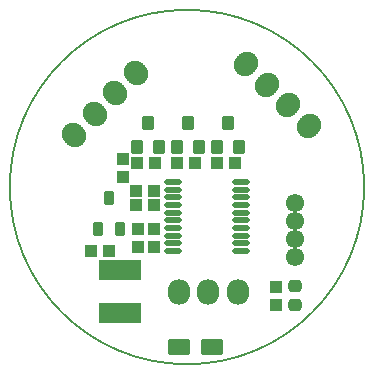
<source format=gts>
G04*
G04 #@! TF.GenerationSoftware,Altium Limited,Altium Designer,21.2.2 (38)*
G04*
G04 Layer_Color=8388736*
%FSLAX24Y24*%
%MOIN*%
G70*
G04*
G04 #@! TF.SameCoordinates,E4E59F50-D763-4BE6-A9F8-BCED566C8010*
G04*
G04*
G04 #@! TF.FilePolarity,Negative*
G04*
G01*
G75*
%ADD11C,0.0059*%
G04:AMPARAMS|DCode=14|XSize=70.9mil|YSize=55.1mil|CornerRadius=4.4mil|HoleSize=0mil|Usage=FLASHONLY|Rotation=0.000|XOffset=0mil|YOffset=0mil|HoleType=Round|Shape=RoundedRectangle|*
%AMROUNDEDRECTD14*
21,1,0.0709,0.0463,0,0,0.0*
21,1,0.0620,0.0551,0,0,0.0*
1,1,0.0088,0.0310,-0.0231*
1,1,0.0088,-0.0310,-0.0231*
1,1,0.0088,-0.0310,0.0231*
1,1,0.0088,0.0310,0.0231*
%
%ADD14ROUNDEDRECTD14*%
G04:AMPARAMS|DCode=15|XSize=42.3mil|YSize=45.3mil|CornerRadius=12.5mil|HoleSize=0mil|Usage=FLASHONLY|Rotation=90.000|XOffset=0mil|YOffset=0mil|HoleType=Round|Shape=RoundedRectangle|*
%AMROUNDEDRECTD15*
21,1,0.0423,0.0202,0,0,90.0*
21,1,0.0172,0.0453,0,0,90.0*
1,1,0.0251,0.0101,0.0086*
1,1,0.0251,0.0101,-0.0086*
1,1,0.0251,-0.0101,-0.0086*
1,1,0.0251,-0.0101,0.0086*
%
%ADD15ROUNDEDRECTD15*%
%ADD16R,0.0394X0.0394*%
G04:AMPARAMS|DCode=17|XSize=39.4mil|YSize=43.3mil|CornerRadius=4.3mil|HoleSize=0mil|Usage=FLASHONLY|Rotation=180.000|XOffset=0mil|YOffset=0mil|HoleType=Round|Shape=RoundedRectangle|*
%AMROUNDEDRECTD17*
21,1,0.0394,0.0348,0,0,180.0*
21,1,0.0309,0.0433,0,0,180.0*
1,1,0.0085,-0.0154,0.0174*
1,1,0.0085,0.0154,0.0174*
1,1,0.0085,0.0154,-0.0174*
1,1,0.0085,-0.0154,-0.0174*
%
%ADD17ROUNDEDRECTD17*%
%ADD18R,0.0394X0.0394*%
G04:AMPARAMS|DCode=19|XSize=39.9mil|YSize=43.9mil|CornerRadius=4.3mil|HoleSize=0mil|Usage=FLASHONLY|Rotation=0.000|XOffset=0mil|YOffset=0mil|HoleType=Round|Shape=RoundedRectangle|*
%AMROUNDEDRECTD19*
21,1,0.0399,0.0354,0,0,0.0*
21,1,0.0314,0.0439,0,0,0.0*
1,1,0.0085,0.0157,-0.0177*
1,1,0.0085,-0.0157,-0.0177*
1,1,0.0085,-0.0157,0.0177*
1,1,0.0085,0.0157,0.0177*
%
%ADD19ROUNDEDRECTD19*%
%ADD20R,0.1386X0.0654*%
G04:AMPARAMS|DCode=21|XSize=17.7mil|YSize=59.1mil|CornerRadius=5.9mil|HoleSize=0mil|Usage=FLASHONLY|Rotation=270.000|XOffset=0mil|YOffset=0mil|HoleType=Round|Shape=RoundedRectangle|*
%AMROUNDEDRECTD21*
21,1,0.0177,0.0472,0,0,270.0*
21,1,0.0059,0.0591,0,0,270.0*
1,1,0.0118,-0.0236,-0.0030*
1,1,0.0118,-0.0236,0.0030*
1,1,0.0118,0.0236,0.0030*
1,1,0.0118,0.0236,-0.0030*
%
%ADD21ROUNDEDRECTD21*%
G04:AMPARAMS|DCode=22|XSize=31.5mil|YSize=47.2mil|CornerRadius=4.2mil|HoleSize=0mil|Usage=FLASHONLY|Rotation=0.000|XOffset=0mil|YOffset=0mil|HoleType=Round|Shape=RoundedRectangle|*
%AMROUNDEDRECTD22*
21,1,0.0315,0.0389,0,0,0.0*
21,1,0.0231,0.0472,0,0,0.0*
1,1,0.0083,0.0116,-0.0194*
1,1,0.0083,-0.0116,-0.0194*
1,1,0.0083,-0.0116,0.0194*
1,1,0.0083,0.0116,0.0194*
%
%ADD22ROUNDEDRECTD22*%
G04:AMPARAMS|DCode=23|XSize=39.4mil|YSize=43.3mil|CornerRadius=4.3mil|HoleSize=0mil|Usage=FLASHONLY|Rotation=270.000|XOffset=0mil|YOffset=0mil|HoleType=Round|Shape=RoundedRectangle|*
%AMROUNDEDRECTD23*
21,1,0.0394,0.0348,0,0,270.0*
21,1,0.0309,0.0433,0,0,270.0*
1,1,0.0085,-0.0174,-0.0154*
1,1,0.0085,-0.0174,0.0154*
1,1,0.0085,0.0174,0.0154*
1,1,0.0085,0.0174,-0.0154*
%
%ADD23ROUNDEDRECTD23*%
%ADD24O,0.0630X0.0591*%
G04:AMPARAMS|DCode=25|XSize=74.8mil|YSize=84.6mil|CornerRadius=0mil|HoleSize=0mil|Usage=FLASHONLY|Rotation=315.000|XOffset=0mil|YOffset=0mil|HoleType=Round|Shape=Round|*
%AMOVALD25*
21,1,0.0098,0.0748,0.0000,0.0000,45.0*
1,1,0.0748,-0.0035,-0.0035*
1,1,0.0748,0.0035,0.0035*
%
%ADD25OVALD25*%

G04:AMPARAMS|DCode=26|XSize=74.8mil|YSize=84.6mil|CornerRadius=0mil|HoleSize=0mil|Usage=FLASHONLY|Rotation=225.000|XOffset=0mil|YOffset=0mil|HoleType=Round|Shape=Round|*
%AMOVALD26*
21,1,0.0098,0.0748,0.0000,0.0000,315.0*
1,1,0.0748,-0.0035,0.0035*
1,1,0.0748,0.0035,-0.0035*
%
%ADD26OVALD26*%

%ADD27O,0.0748X0.0846*%
D11*
X11841Y5930D02*
G03*
X11841Y5930I-5906J0D01*
G01*
D14*
X6758Y600D02*
D03*
X5656D02*
D03*
D15*
X9540Y2626D02*
D03*
X9540Y2008D02*
D03*
D16*
X8890D02*
D03*
Y2598D02*
D03*
X3800Y6867D02*
D03*
Y6277D02*
D03*
D17*
X4840Y5800D02*
D03*
X4249D02*
D03*
X3340Y3800D02*
D03*
X2749D02*
D03*
D18*
X4239Y5334D02*
D03*
X4830D02*
D03*
X4856Y6720D02*
D03*
X4266D02*
D03*
X6191D02*
D03*
X5600D02*
D03*
X7525D02*
D03*
X6934D02*
D03*
D19*
X5006Y7280D02*
D03*
X4266D02*
D03*
X4636Y8070D02*
D03*
X6340Y7280D02*
D03*
X5600D02*
D03*
X5970Y8070D02*
D03*
X7674Y7280D02*
D03*
X6934D02*
D03*
X7304Y8070D02*
D03*
D20*
X3714Y3150D02*
D03*
Y1717D02*
D03*
D21*
X5458Y4566D02*
D03*
Y4822D02*
D03*
Y5078D02*
D03*
Y5334D02*
D03*
Y5590D02*
D03*
Y5846D02*
D03*
Y6102D02*
D03*
Y4310D02*
D03*
Y4054D02*
D03*
Y3798D02*
D03*
X7722D02*
D03*
Y4054D02*
D03*
Y4310D02*
D03*
Y4566D02*
D03*
Y4822D02*
D03*
Y5078D02*
D03*
Y5334D02*
D03*
Y5590D02*
D03*
Y5846D02*
D03*
Y6102D02*
D03*
D22*
X3340Y5578D02*
D03*
X2966Y4515D02*
D03*
X3714D02*
D03*
D23*
X4290D02*
D03*
Y3924D02*
D03*
X4840Y4515D02*
D03*
Y3924D02*
D03*
D24*
X9540Y3609D02*
D03*
X9540Y4200D02*
D03*
X9540Y4791D02*
D03*
X9540Y5381D02*
D03*
D25*
X7908Y10042D02*
D03*
X8604Y9346D02*
D03*
X9300Y8650D02*
D03*
X9996Y7954D02*
D03*
D26*
X4246Y9746D02*
D03*
X3550Y9050D02*
D03*
X2854Y8354D02*
D03*
X2158Y7658D02*
D03*
D27*
X7624Y2447D02*
D03*
X6640D02*
D03*
X5656D02*
D03*
M02*

</source>
